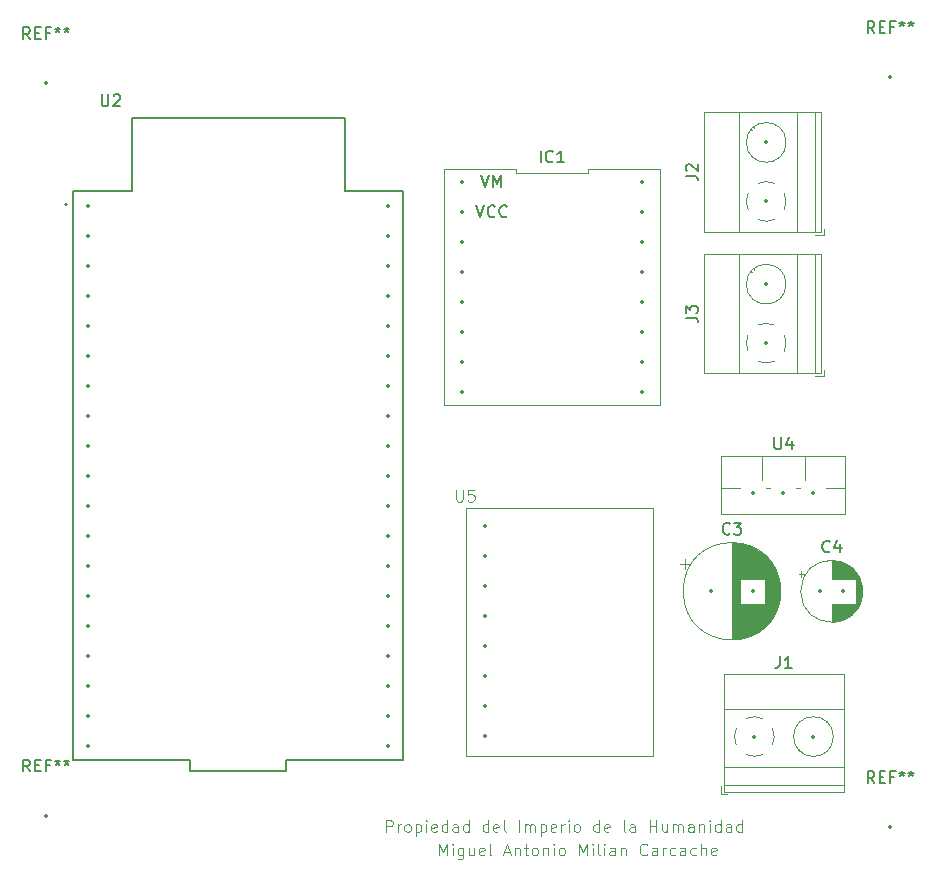
<source format=gto>
%TF.GenerationSoftware,KiCad,Pcbnew,8.0.1*%
%TF.CreationDate,2024-04-26T22:18:18+02:00*%
%TF.ProjectId,Practica1,50726163-7469-4636-9131-2e6b69636164,rev?*%
%TF.SameCoordinates,Original*%
%TF.FileFunction,Legend,Top*%
%TF.FilePolarity,Positive*%
%FSLAX46Y46*%
G04 Gerber Fmt 4.6, Leading zero omitted, Abs format (unit mm)*
G04 Created by KiCad (PCBNEW 8.0.1) date 2024-04-26 22:18:18*
%MOMM*%
%LPD*%
G01*
G04 APERTURE LIST*
%ADD10C,0.100000*%
%ADD11C,0.150000*%
%ADD12C,0.120000*%
%ADD13C,0.127000*%
%ADD14C,0.200000*%
%ADD15C,0.350000*%
G04 APERTURE END LIST*
D10*
X90303884Y-116872419D02*
X90303884Y-115872419D01*
X90303884Y-115872419D02*
X90684836Y-115872419D01*
X90684836Y-115872419D02*
X90780074Y-115920038D01*
X90780074Y-115920038D02*
X90827693Y-115967657D01*
X90827693Y-115967657D02*
X90875312Y-116062895D01*
X90875312Y-116062895D02*
X90875312Y-116205752D01*
X90875312Y-116205752D02*
X90827693Y-116300990D01*
X90827693Y-116300990D02*
X90780074Y-116348609D01*
X90780074Y-116348609D02*
X90684836Y-116396228D01*
X90684836Y-116396228D02*
X90303884Y-116396228D01*
X91303884Y-116872419D02*
X91303884Y-116205752D01*
X91303884Y-116396228D02*
X91351503Y-116300990D01*
X91351503Y-116300990D02*
X91399122Y-116253371D01*
X91399122Y-116253371D02*
X91494360Y-116205752D01*
X91494360Y-116205752D02*
X91589598Y-116205752D01*
X92065789Y-116872419D02*
X91970551Y-116824800D01*
X91970551Y-116824800D02*
X91922932Y-116777180D01*
X91922932Y-116777180D02*
X91875313Y-116681942D01*
X91875313Y-116681942D02*
X91875313Y-116396228D01*
X91875313Y-116396228D02*
X91922932Y-116300990D01*
X91922932Y-116300990D02*
X91970551Y-116253371D01*
X91970551Y-116253371D02*
X92065789Y-116205752D01*
X92065789Y-116205752D02*
X92208646Y-116205752D01*
X92208646Y-116205752D02*
X92303884Y-116253371D01*
X92303884Y-116253371D02*
X92351503Y-116300990D01*
X92351503Y-116300990D02*
X92399122Y-116396228D01*
X92399122Y-116396228D02*
X92399122Y-116681942D01*
X92399122Y-116681942D02*
X92351503Y-116777180D01*
X92351503Y-116777180D02*
X92303884Y-116824800D01*
X92303884Y-116824800D02*
X92208646Y-116872419D01*
X92208646Y-116872419D02*
X92065789Y-116872419D01*
X92827694Y-116205752D02*
X92827694Y-117205752D01*
X92827694Y-116253371D02*
X92922932Y-116205752D01*
X92922932Y-116205752D02*
X93113408Y-116205752D01*
X93113408Y-116205752D02*
X93208646Y-116253371D01*
X93208646Y-116253371D02*
X93256265Y-116300990D01*
X93256265Y-116300990D02*
X93303884Y-116396228D01*
X93303884Y-116396228D02*
X93303884Y-116681942D01*
X93303884Y-116681942D02*
X93256265Y-116777180D01*
X93256265Y-116777180D02*
X93208646Y-116824800D01*
X93208646Y-116824800D02*
X93113408Y-116872419D01*
X93113408Y-116872419D02*
X92922932Y-116872419D01*
X92922932Y-116872419D02*
X92827694Y-116824800D01*
X93732456Y-116872419D02*
X93732456Y-116205752D01*
X93732456Y-115872419D02*
X93684837Y-115920038D01*
X93684837Y-115920038D02*
X93732456Y-115967657D01*
X93732456Y-115967657D02*
X93780075Y-115920038D01*
X93780075Y-115920038D02*
X93732456Y-115872419D01*
X93732456Y-115872419D02*
X93732456Y-115967657D01*
X94589598Y-116824800D02*
X94494360Y-116872419D01*
X94494360Y-116872419D02*
X94303884Y-116872419D01*
X94303884Y-116872419D02*
X94208646Y-116824800D01*
X94208646Y-116824800D02*
X94161027Y-116729561D01*
X94161027Y-116729561D02*
X94161027Y-116348609D01*
X94161027Y-116348609D02*
X94208646Y-116253371D01*
X94208646Y-116253371D02*
X94303884Y-116205752D01*
X94303884Y-116205752D02*
X94494360Y-116205752D01*
X94494360Y-116205752D02*
X94589598Y-116253371D01*
X94589598Y-116253371D02*
X94637217Y-116348609D01*
X94637217Y-116348609D02*
X94637217Y-116443847D01*
X94637217Y-116443847D02*
X94161027Y-116539085D01*
X95494360Y-116872419D02*
X95494360Y-115872419D01*
X95494360Y-116824800D02*
X95399122Y-116872419D01*
X95399122Y-116872419D02*
X95208646Y-116872419D01*
X95208646Y-116872419D02*
X95113408Y-116824800D01*
X95113408Y-116824800D02*
X95065789Y-116777180D01*
X95065789Y-116777180D02*
X95018170Y-116681942D01*
X95018170Y-116681942D02*
X95018170Y-116396228D01*
X95018170Y-116396228D02*
X95065789Y-116300990D01*
X95065789Y-116300990D02*
X95113408Y-116253371D01*
X95113408Y-116253371D02*
X95208646Y-116205752D01*
X95208646Y-116205752D02*
X95399122Y-116205752D01*
X95399122Y-116205752D02*
X95494360Y-116253371D01*
X96399122Y-116872419D02*
X96399122Y-116348609D01*
X96399122Y-116348609D02*
X96351503Y-116253371D01*
X96351503Y-116253371D02*
X96256265Y-116205752D01*
X96256265Y-116205752D02*
X96065789Y-116205752D01*
X96065789Y-116205752D02*
X95970551Y-116253371D01*
X96399122Y-116824800D02*
X96303884Y-116872419D01*
X96303884Y-116872419D02*
X96065789Y-116872419D01*
X96065789Y-116872419D02*
X95970551Y-116824800D01*
X95970551Y-116824800D02*
X95922932Y-116729561D01*
X95922932Y-116729561D02*
X95922932Y-116634323D01*
X95922932Y-116634323D02*
X95970551Y-116539085D01*
X95970551Y-116539085D02*
X96065789Y-116491466D01*
X96065789Y-116491466D02*
X96303884Y-116491466D01*
X96303884Y-116491466D02*
X96399122Y-116443847D01*
X97303884Y-116872419D02*
X97303884Y-115872419D01*
X97303884Y-116824800D02*
X97208646Y-116872419D01*
X97208646Y-116872419D02*
X97018170Y-116872419D01*
X97018170Y-116872419D02*
X96922932Y-116824800D01*
X96922932Y-116824800D02*
X96875313Y-116777180D01*
X96875313Y-116777180D02*
X96827694Y-116681942D01*
X96827694Y-116681942D02*
X96827694Y-116396228D01*
X96827694Y-116396228D02*
X96875313Y-116300990D01*
X96875313Y-116300990D02*
X96922932Y-116253371D01*
X96922932Y-116253371D02*
X97018170Y-116205752D01*
X97018170Y-116205752D02*
X97208646Y-116205752D01*
X97208646Y-116205752D02*
X97303884Y-116253371D01*
X98970551Y-116872419D02*
X98970551Y-115872419D01*
X98970551Y-116824800D02*
X98875313Y-116872419D01*
X98875313Y-116872419D02*
X98684837Y-116872419D01*
X98684837Y-116872419D02*
X98589599Y-116824800D01*
X98589599Y-116824800D02*
X98541980Y-116777180D01*
X98541980Y-116777180D02*
X98494361Y-116681942D01*
X98494361Y-116681942D02*
X98494361Y-116396228D01*
X98494361Y-116396228D02*
X98541980Y-116300990D01*
X98541980Y-116300990D02*
X98589599Y-116253371D01*
X98589599Y-116253371D02*
X98684837Y-116205752D01*
X98684837Y-116205752D02*
X98875313Y-116205752D01*
X98875313Y-116205752D02*
X98970551Y-116253371D01*
X99827694Y-116824800D02*
X99732456Y-116872419D01*
X99732456Y-116872419D02*
X99541980Y-116872419D01*
X99541980Y-116872419D02*
X99446742Y-116824800D01*
X99446742Y-116824800D02*
X99399123Y-116729561D01*
X99399123Y-116729561D02*
X99399123Y-116348609D01*
X99399123Y-116348609D02*
X99446742Y-116253371D01*
X99446742Y-116253371D02*
X99541980Y-116205752D01*
X99541980Y-116205752D02*
X99732456Y-116205752D01*
X99732456Y-116205752D02*
X99827694Y-116253371D01*
X99827694Y-116253371D02*
X99875313Y-116348609D01*
X99875313Y-116348609D02*
X99875313Y-116443847D01*
X99875313Y-116443847D02*
X99399123Y-116539085D01*
X100446742Y-116872419D02*
X100351504Y-116824800D01*
X100351504Y-116824800D02*
X100303885Y-116729561D01*
X100303885Y-116729561D02*
X100303885Y-115872419D01*
X101589600Y-116872419D02*
X101589600Y-115872419D01*
X102065790Y-116872419D02*
X102065790Y-116205752D01*
X102065790Y-116300990D02*
X102113409Y-116253371D01*
X102113409Y-116253371D02*
X102208647Y-116205752D01*
X102208647Y-116205752D02*
X102351504Y-116205752D01*
X102351504Y-116205752D02*
X102446742Y-116253371D01*
X102446742Y-116253371D02*
X102494361Y-116348609D01*
X102494361Y-116348609D02*
X102494361Y-116872419D01*
X102494361Y-116348609D02*
X102541980Y-116253371D01*
X102541980Y-116253371D02*
X102637218Y-116205752D01*
X102637218Y-116205752D02*
X102780075Y-116205752D01*
X102780075Y-116205752D02*
X102875314Y-116253371D01*
X102875314Y-116253371D02*
X102922933Y-116348609D01*
X102922933Y-116348609D02*
X102922933Y-116872419D01*
X103399123Y-116205752D02*
X103399123Y-117205752D01*
X103399123Y-116253371D02*
X103494361Y-116205752D01*
X103494361Y-116205752D02*
X103684837Y-116205752D01*
X103684837Y-116205752D02*
X103780075Y-116253371D01*
X103780075Y-116253371D02*
X103827694Y-116300990D01*
X103827694Y-116300990D02*
X103875313Y-116396228D01*
X103875313Y-116396228D02*
X103875313Y-116681942D01*
X103875313Y-116681942D02*
X103827694Y-116777180D01*
X103827694Y-116777180D02*
X103780075Y-116824800D01*
X103780075Y-116824800D02*
X103684837Y-116872419D01*
X103684837Y-116872419D02*
X103494361Y-116872419D01*
X103494361Y-116872419D02*
X103399123Y-116824800D01*
X104684837Y-116824800D02*
X104589599Y-116872419D01*
X104589599Y-116872419D02*
X104399123Y-116872419D01*
X104399123Y-116872419D02*
X104303885Y-116824800D01*
X104303885Y-116824800D02*
X104256266Y-116729561D01*
X104256266Y-116729561D02*
X104256266Y-116348609D01*
X104256266Y-116348609D02*
X104303885Y-116253371D01*
X104303885Y-116253371D02*
X104399123Y-116205752D01*
X104399123Y-116205752D02*
X104589599Y-116205752D01*
X104589599Y-116205752D02*
X104684837Y-116253371D01*
X104684837Y-116253371D02*
X104732456Y-116348609D01*
X104732456Y-116348609D02*
X104732456Y-116443847D01*
X104732456Y-116443847D02*
X104256266Y-116539085D01*
X105161028Y-116872419D02*
X105161028Y-116205752D01*
X105161028Y-116396228D02*
X105208647Y-116300990D01*
X105208647Y-116300990D02*
X105256266Y-116253371D01*
X105256266Y-116253371D02*
X105351504Y-116205752D01*
X105351504Y-116205752D02*
X105446742Y-116205752D01*
X105780076Y-116872419D02*
X105780076Y-116205752D01*
X105780076Y-115872419D02*
X105732457Y-115920038D01*
X105732457Y-115920038D02*
X105780076Y-115967657D01*
X105780076Y-115967657D02*
X105827695Y-115920038D01*
X105827695Y-115920038D02*
X105780076Y-115872419D01*
X105780076Y-115872419D02*
X105780076Y-115967657D01*
X106399123Y-116872419D02*
X106303885Y-116824800D01*
X106303885Y-116824800D02*
X106256266Y-116777180D01*
X106256266Y-116777180D02*
X106208647Y-116681942D01*
X106208647Y-116681942D02*
X106208647Y-116396228D01*
X106208647Y-116396228D02*
X106256266Y-116300990D01*
X106256266Y-116300990D02*
X106303885Y-116253371D01*
X106303885Y-116253371D02*
X106399123Y-116205752D01*
X106399123Y-116205752D02*
X106541980Y-116205752D01*
X106541980Y-116205752D02*
X106637218Y-116253371D01*
X106637218Y-116253371D02*
X106684837Y-116300990D01*
X106684837Y-116300990D02*
X106732456Y-116396228D01*
X106732456Y-116396228D02*
X106732456Y-116681942D01*
X106732456Y-116681942D02*
X106684837Y-116777180D01*
X106684837Y-116777180D02*
X106637218Y-116824800D01*
X106637218Y-116824800D02*
X106541980Y-116872419D01*
X106541980Y-116872419D02*
X106399123Y-116872419D01*
X108351504Y-116872419D02*
X108351504Y-115872419D01*
X108351504Y-116824800D02*
X108256266Y-116872419D01*
X108256266Y-116872419D02*
X108065790Y-116872419D01*
X108065790Y-116872419D02*
X107970552Y-116824800D01*
X107970552Y-116824800D02*
X107922933Y-116777180D01*
X107922933Y-116777180D02*
X107875314Y-116681942D01*
X107875314Y-116681942D02*
X107875314Y-116396228D01*
X107875314Y-116396228D02*
X107922933Y-116300990D01*
X107922933Y-116300990D02*
X107970552Y-116253371D01*
X107970552Y-116253371D02*
X108065790Y-116205752D01*
X108065790Y-116205752D02*
X108256266Y-116205752D01*
X108256266Y-116205752D02*
X108351504Y-116253371D01*
X109208647Y-116824800D02*
X109113409Y-116872419D01*
X109113409Y-116872419D02*
X108922933Y-116872419D01*
X108922933Y-116872419D02*
X108827695Y-116824800D01*
X108827695Y-116824800D02*
X108780076Y-116729561D01*
X108780076Y-116729561D02*
X108780076Y-116348609D01*
X108780076Y-116348609D02*
X108827695Y-116253371D01*
X108827695Y-116253371D02*
X108922933Y-116205752D01*
X108922933Y-116205752D02*
X109113409Y-116205752D01*
X109113409Y-116205752D02*
X109208647Y-116253371D01*
X109208647Y-116253371D02*
X109256266Y-116348609D01*
X109256266Y-116348609D02*
X109256266Y-116443847D01*
X109256266Y-116443847D02*
X108780076Y-116539085D01*
X110589600Y-116872419D02*
X110494362Y-116824800D01*
X110494362Y-116824800D02*
X110446743Y-116729561D01*
X110446743Y-116729561D02*
X110446743Y-115872419D01*
X111399124Y-116872419D02*
X111399124Y-116348609D01*
X111399124Y-116348609D02*
X111351505Y-116253371D01*
X111351505Y-116253371D02*
X111256267Y-116205752D01*
X111256267Y-116205752D02*
X111065791Y-116205752D01*
X111065791Y-116205752D02*
X110970553Y-116253371D01*
X111399124Y-116824800D02*
X111303886Y-116872419D01*
X111303886Y-116872419D02*
X111065791Y-116872419D01*
X111065791Y-116872419D02*
X110970553Y-116824800D01*
X110970553Y-116824800D02*
X110922934Y-116729561D01*
X110922934Y-116729561D02*
X110922934Y-116634323D01*
X110922934Y-116634323D02*
X110970553Y-116539085D01*
X110970553Y-116539085D02*
X111065791Y-116491466D01*
X111065791Y-116491466D02*
X111303886Y-116491466D01*
X111303886Y-116491466D02*
X111399124Y-116443847D01*
X112637220Y-116872419D02*
X112637220Y-115872419D01*
X112637220Y-116348609D02*
X113208648Y-116348609D01*
X113208648Y-116872419D02*
X113208648Y-115872419D01*
X114113410Y-116205752D02*
X114113410Y-116872419D01*
X113684839Y-116205752D02*
X113684839Y-116729561D01*
X113684839Y-116729561D02*
X113732458Y-116824800D01*
X113732458Y-116824800D02*
X113827696Y-116872419D01*
X113827696Y-116872419D02*
X113970553Y-116872419D01*
X113970553Y-116872419D02*
X114065791Y-116824800D01*
X114065791Y-116824800D02*
X114113410Y-116777180D01*
X114589601Y-116872419D02*
X114589601Y-116205752D01*
X114589601Y-116300990D02*
X114637220Y-116253371D01*
X114637220Y-116253371D02*
X114732458Y-116205752D01*
X114732458Y-116205752D02*
X114875315Y-116205752D01*
X114875315Y-116205752D02*
X114970553Y-116253371D01*
X114970553Y-116253371D02*
X115018172Y-116348609D01*
X115018172Y-116348609D02*
X115018172Y-116872419D01*
X115018172Y-116348609D02*
X115065791Y-116253371D01*
X115065791Y-116253371D02*
X115161029Y-116205752D01*
X115161029Y-116205752D02*
X115303886Y-116205752D01*
X115303886Y-116205752D02*
X115399125Y-116253371D01*
X115399125Y-116253371D02*
X115446744Y-116348609D01*
X115446744Y-116348609D02*
X115446744Y-116872419D01*
X116351505Y-116872419D02*
X116351505Y-116348609D01*
X116351505Y-116348609D02*
X116303886Y-116253371D01*
X116303886Y-116253371D02*
X116208648Y-116205752D01*
X116208648Y-116205752D02*
X116018172Y-116205752D01*
X116018172Y-116205752D02*
X115922934Y-116253371D01*
X116351505Y-116824800D02*
X116256267Y-116872419D01*
X116256267Y-116872419D02*
X116018172Y-116872419D01*
X116018172Y-116872419D02*
X115922934Y-116824800D01*
X115922934Y-116824800D02*
X115875315Y-116729561D01*
X115875315Y-116729561D02*
X115875315Y-116634323D01*
X115875315Y-116634323D02*
X115922934Y-116539085D01*
X115922934Y-116539085D02*
X116018172Y-116491466D01*
X116018172Y-116491466D02*
X116256267Y-116491466D01*
X116256267Y-116491466D02*
X116351505Y-116443847D01*
X116827696Y-116205752D02*
X116827696Y-116872419D01*
X116827696Y-116300990D02*
X116875315Y-116253371D01*
X116875315Y-116253371D02*
X116970553Y-116205752D01*
X116970553Y-116205752D02*
X117113410Y-116205752D01*
X117113410Y-116205752D02*
X117208648Y-116253371D01*
X117208648Y-116253371D02*
X117256267Y-116348609D01*
X117256267Y-116348609D02*
X117256267Y-116872419D01*
X117732458Y-116872419D02*
X117732458Y-116205752D01*
X117732458Y-115872419D02*
X117684839Y-115920038D01*
X117684839Y-115920038D02*
X117732458Y-115967657D01*
X117732458Y-115967657D02*
X117780077Y-115920038D01*
X117780077Y-115920038D02*
X117732458Y-115872419D01*
X117732458Y-115872419D02*
X117732458Y-115967657D01*
X118637219Y-116872419D02*
X118637219Y-115872419D01*
X118637219Y-116824800D02*
X118541981Y-116872419D01*
X118541981Y-116872419D02*
X118351505Y-116872419D01*
X118351505Y-116872419D02*
X118256267Y-116824800D01*
X118256267Y-116824800D02*
X118208648Y-116777180D01*
X118208648Y-116777180D02*
X118161029Y-116681942D01*
X118161029Y-116681942D02*
X118161029Y-116396228D01*
X118161029Y-116396228D02*
X118208648Y-116300990D01*
X118208648Y-116300990D02*
X118256267Y-116253371D01*
X118256267Y-116253371D02*
X118351505Y-116205752D01*
X118351505Y-116205752D02*
X118541981Y-116205752D01*
X118541981Y-116205752D02*
X118637219Y-116253371D01*
X119541981Y-116872419D02*
X119541981Y-116348609D01*
X119541981Y-116348609D02*
X119494362Y-116253371D01*
X119494362Y-116253371D02*
X119399124Y-116205752D01*
X119399124Y-116205752D02*
X119208648Y-116205752D01*
X119208648Y-116205752D02*
X119113410Y-116253371D01*
X119541981Y-116824800D02*
X119446743Y-116872419D01*
X119446743Y-116872419D02*
X119208648Y-116872419D01*
X119208648Y-116872419D02*
X119113410Y-116824800D01*
X119113410Y-116824800D02*
X119065791Y-116729561D01*
X119065791Y-116729561D02*
X119065791Y-116634323D01*
X119065791Y-116634323D02*
X119113410Y-116539085D01*
X119113410Y-116539085D02*
X119208648Y-116491466D01*
X119208648Y-116491466D02*
X119446743Y-116491466D01*
X119446743Y-116491466D02*
X119541981Y-116443847D01*
X120446743Y-116872419D02*
X120446743Y-115872419D01*
X120446743Y-116824800D02*
X120351505Y-116872419D01*
X120351505Y-116872419D02*
X120161029Y-116872419D01*
X120161029Y-116872419D02*
X120065791Y-116824800D01*
X120065791Y-116824800D02*
X120018172Y-116777180D01*
X120018172Y-116777180D02*
X119970553Y-116681942D01*
X119970553Y-116681942D02*
X119970553Y-116396228D01*
X119970553Y-116396228D02*
X120018172Y-116300990D01*
X120018172Y-116300990D02*
X120065791Y-116253371D01*
X120065791Y-116253371D02*
X120161029Y-116205752D01*
X120161029Y-116205752D02*
X120351505Y-116205752D01*
X120351505Y-116205752D02*
X120446743Y-116253371D01*
X94803884Y-118872419D02*
X94803884Y-117872419D01*
X94803884Y-117872419D02*
X95137217Y-118586704D01*
X95137217Y-118586704D02*
X95470550Y-117872419D01*
X95470550Y-117872419D02*
X95470550Y-118872419D01*
X95946741Y-118872419D02*
X95946741Y-118205752D01*
X95946741Y-117872419D02*
X95899122Y-117920038D01*
X95899122Y-117920038D02*
X95946741Y-117967657D01*
X95946741Y-117967657D02*
X95994360Y-117920038D01*
X95994360Y-117920038D02*
X95946741Y-117872419D01*
X95946741Y-117872419D02*
X95946741Y-117967657D01*
X96851502Y-118205752D02*
X96851502Y-119015276D01*
X96851502Y-119015276D02*
X96803883Y-119110514D01*
X96803883Y-119110514D02*
X96756264Y-119158133D01*
X96756264Y-119158133D02*
X96661026Y-119205752D01*
X96661026Y-119205752D02*
X96518169Y-119205752D01*
X96518169Y-119205752D02*
X96422931Y-119158133D01*
X96851502Y-118824800D02*
X96756264Y-118872419D01*
X96756264Y-118872419D02*
X96565788Y-118872419D01*
X96565788Y-118872419D02*
X96470550Y-118824800D01*
X96470550Y-118824800D02*
X96422931Y-118777180D01*
X96422931Y-118777180D02*
X96375312Y-118681942D01*
X96375312Y-118681942D02*
X96375312Y-118396228D01*
X96375312Y-118396228D02*
X96422931Y-118300990D01*
X96422931Y-118300990D02*
X96470550Y-118253371D01*
X96470550Y-118253371D02*
X96565788Y-118205752D01*
X96565788Y-118205752D02*
X96756264Y-118205752D01*
X96756264Y-118205752D02*
X96851502Y-118253371D01*
X97756264Y-118205752D02*
X97756264Y-118872419D01*
X97327693Y-118205752D02*
X97327693Y-118729561D01*
X97327693Y-118729561D02*
X97375312Y-118824800D01*
X97375312Y-118824800D02*
X97470550Y-118872419D01*
X97470550Y-118872419D02*
X97613407Y-118872419D01*
X97613407Y-118872419D02*
X97708645Y-118824800D01*
X97708645Y-118824800D02*
X97756264Y-118777180D01*
X98613407Y-118824800D02*
X98518169Y-118872419D01*
X98518169Y-118872419D02*
X98327693Y-118872419D01*
X98327693Y-118872419D02*
X98232455Y-118824800D01*
X98232455Y-118824800D02*
X98184836Y-118729561D01*
X98184836Y-118729561D02*
X98184836Y-118348609D01*
X98184836Y-118348609D02*
X98232455Y-118253371D01*
X98232455Y-118253371D02*
X98327693Y-118205752D01*
X98327693Y-118205752D02*
X98518169Y-118205752D01*
X98518169Y-118205752D02*
X98613407Y-118253371D01*
X98613407Y-118253371D02*
X98661026Y-118348609D01*
X98661026Y-118348609D02*
X98661026Y-118443847D01*
X98661026Y-118443847D02*
X98184836Y-118539085D01*
X99232455Y-118872419D02*
X99137217Y-118824800D01*
X99137217Y-118824800D02*
X99089598Y-118729561D01*
X99089598Y-118729561D02*
X99089598Y-117872419D01*
X100327694Y-118586704D02*
X100803884Y-118586704D01*
X100232456Y-118872419D02*
X100565789Y-117872419D01*
X100565789Y-117872419D02*
X100899122Y-118872419D01*
X101232456Y-118205752D02*
X101232456Y-118872419D01*
X101232456Y-118300990D02*
X101280075Y-118253371D01*
X101280075Y-118253371D02*
X101375313Y-118205752D01*
X101375313Y-118205752D02*
X101518170Y-118205752D01*
X101518170Y-118205752D02*
X101613408Y-118253371D01*
X101613408Y-118253371D02*
X101661027Y-118348609D01*
X101661027Y-118348609D02*
X101661027Y-118872419D01*
X101994361Y-118205752D02*
X102375313Y-118205752D01*
X102137218Y-117872419D02*
X102137218Y-118729561D01*
X102137218Y-118729561D02*
X102184837Y-118824800D01*
X102184837Y-118824800D02*
X102280075Y-118872419D01*
X102280075Y-118872419D02*
X102375313Y-118872419D01*
X102851504Y-118872419D02*
X102756266Y-118824800D01*
X102756266Y-118824800D02*
X102708647Y-118777180D01*
X102708647Y-118777180D02*
X102661028Y-118681942D01*
X102661028Y-118681942D02*
X102661028Y-118396228D01*
X102661028Y-118396228D02*
X102708647Y-118300990D01*
X102708647Y-118300990D02*
X102756266Y-118253371D01*
X102756266Y-118253371D02*
X102851504Y-118205752D01*
X102851504Y-118205752D02*
X102994361Y-118205752D01*
X102994361Y-118205752D02*
X103089599Y-118253371D01*
X103089599Y-118253371D02*
X103137218Y-118300990D01*
X103137218Y-118300990D02*
X103184837Y-118396228D01*
X103184837Y-118396228D02*
X103184837Y-118681942D01*
X103184837Y-118681942D02*
X103137218Y-118777180D01*
X103137218Y-118777180D02*
X103089599Y-118824800D01*
X103089599Y-118824800D02*
X102994361Y-118872419D01*
X102994361Y-118872419D02*
X102851504Y-118872419D01*
X103613409Y-118205752D02*
X103613409Y-118872419D01*
X103613409Y-118300990D02*
X103661028Y-118253371D01*
X103661028Y-118253371D02*
X103756266Y-118205752D01*
X103756266Y-118205752D02*
X103899123Y-118205752D01*
X103899123Y-118205752D02*
X103994361Y-118253371D01*
X103994361Y-118253371D02*
X104041980Y-118348609D01*
X104041980Y-118348609D02*
X104041980Y-118872419D01*
X104518171Y-118872419D02*
X104518171Y-118205752D01*
X104518171Y-117872419D02*
X104470552Y-117920038D01*
X104470552Y-117920038D02*
X104518171Y-117967657D01*
X104518171Y-117967657D02*
X104565790Y-117920038D01*
X104565790Y-117920038D02*
X104518171Y-117872419D01*
X104518171Y-117872419D02*
X104518171Y-117967657D01*
X105137218Y-118872419D02*
X105041980Y-118824800D01*
X105041980Y-118824800D02*
X104994361Y-118777180D01*
X104994361Y-118777180D02*
X104946742Y-118681942D01*
X104946742Y-118681942D02*
X104946742Y-118396228D01*
X104946742Y-118396228D02*
X104994361Y-118300990D01*
X104994361Y-118300990D02*
X105041980Y-118253371D01*
X105041980Y-118253371D02*
X105137218Y-118205752D01*
X105137218Y-118205752D02*
X105280075Y-118205752D01*
X105280075Y-118205752D02*
X105375313Y-118253371D01*
X105375313Y-118253371D02*
X105422932Y-118300990D01*
X105422932Y-118300990D02*
X105470551Y-118396228D01*
X105470551Y-118396228D02*
X105470551Y-118681942D01*
X105470551Y-118681942D02*
X105422932Y-118777180D01*
X105422932Y-118777180D02*
X105375313Y-118824800D01*
X105375313Y-118824800D02*
X105280075Y-118872419D01*
X105280075Y-118872419D02*
X105137218Y-118872419D01*
X106661028Y-118872419D02*
X106661028Y-117872419D01*
X106661028Y-117872419D02*
X106994361Y-118586704D01*
X106994361Y-118586704D02*
X107327694Y-117872419D01*
X107327694Y-117872419D02*
X107327694Y-118872419D01*
X107803885Y-118872419D02*
X107803885Y-118205752D01*
X107803885Y-117872419D02*
X107756266Y-117920038D01*
X107756266Y-117920038D02*
X107803885Y-117967657D01*
X107803885Y-117967657D02*
X107851504Y-117920038D01*
X107851504Y-117920038D02*
X107803885Y-117872419D01*
X107803885Y-117872419D02*
X107803885Y-117967657D01*
X108422932Y-118872419D02*
X108327694Y-118824800D01*
X108327694Y-118824800D02*
X108280075Y-118729561D01*
X108280075Y-118729561D02*
X108280075Y-117872419D01*
X108803885Y-118872419D02*
X108803885Y-118205752D01*
X108803885Y-117872419D02*
X108756266Y-117920038D01*
X108756266Y-117920038D02*
X108803885Y-117967657D01*
X108803885Y-117967657D02*
X108851504Y-117920038D01*
X108851504Y-117920038D02*
X108803885Y-117872419D01*
X108803885Y-117872419D02*
X108803885Y-117967657D01*
X109708646Y-118872419D02*
X109708646Y-118348609D01*
X109708646Y-118348609D02*
X109661027Y-118253371D01*
X109661027Y-118253371D02*
X109565789Y-118205752D01*
X109565789Y-118205752D02*
X109375313Y-118205752D01*
X109375313Y-118205752D02*
X109280075Y-118253371D01*
X109708646Y-118824800D02*
X109613408Y-118872419D01*
X109613408Y-118872419D02*
X109375313Y-118872419D01*
X109375313Y-118872419D02*
X109280075Y-118824800D01*
X109280075Y-118824800D02*
X109232456Y-118729561D01*
X109232456Y-118729561D02*
X109232456Y-118634323D01*
X109232456Y-118634323D02*
X109280075Y-118539085D01*
X109280075Y-118539085D02*
X109375313Y-118491466D01*
X109375313Y-118491466D02*
X109613408Y-118491466D01*
X109613408Y-118491466D02*
X109708646Y-118443847D01*
X110184837Y-118205752D02*
X110184837Y-118872419D01*
X110184837Y-118300990D02*
X110232456Y-118253371D01*
X110232456Y-118253371D02*
X110327694Y-118205752D01*
X110327694Y-118205752D02*
X110470551Y-118205752D01*
X110470551Y-118205752D02*
X110565789Y-118253371D01*
X110565789Y-118253371D02*
X110613408Y-118348609D01*
X110613408Y-118348609D02*
X110613408Y-118872419D01*
X112422932Y-118777180D02*
X112375313Y-118824800D01*
X112375313Y-118824800D02*
X112232456Y-118872419D01*
X112232456Y-118872419D02*
X112137218Y-118872419D01*
X112137218Y-118872419D02*
X111994361Y-118824800D01*
X111994361Y-118824800D02*
X111899123Y-118729561D01*
X111899123Y-118729561D02*
X111851504Y-118634323D01*
X111851504Y-118634323D02*
X111803885Y-118443847D01*
X111803885Y-118443847D02*
X111803885Y-118300990D01*
X111803885Y-118300990D02*
X111851504Y-118110514D01*
X111851504Y-118110514D02*
X111899123Y-118015276D01*
X111899123Y-118015276D02*
X111994361Y-117920038D01*
X111994361Y-117920038D02*
X112137218Y-117872419D01*
X112137218Y-117872419D02*
X112232456Y-117872419D01*
X112232456Y-117872419D02*
X112375313Y-117920038D01*
X112375313Y-117920038D02*
X112422932Y-117967657D01*
X113280075Y-118872419D02*
X113280075Y-118348609D01*
X113280075Y-118348609D02*
X113232456Y-118253371D01*
X113232456Y-118253371D02*
X113137218Y-118205752D01*
X113137218Y-118205752D02*
X112946742Y-118205752D01*
X112946742Y-118205752D02*
X112851504Y-118253371D01*
X113280075Y-118824800D02*
X113184837Y-118872419D01*
X113184837Y-118872419D02*
X112946742Y-118872419D01*
X112946742Y-118872419D02*
X112851504Y-118824800D01*
X112851504Y-118824800D02*
X112803885Y-118729561D01*
X112803885Y-118729561D02*
X112803885Y-118634323D01*
X112803885Y-118634323D02*
X112851504Y-118539085D01*
X112851504Y-118539085D02*
X112946742Y-118491466D01*
X112946742Y-118491466D02*
X113184837Y-118491466D01*
X113184837Y-118491466D02*
X113280075Y-118443847D01*
X113756266Y-118872419D02*
X113756266Y-118205752D01*
X113756266Y-118396228D02*
X113803885Y-118300990D01*
X113803885Y-118300990D02*
X113851504Y-118253371D01*
X113851504Y-118253371D02*
X113946742Y-118205752D01*
X113946742Y-118205752D02*
X114041980Y-118205752D01*
X114803885Y-118824800D02*
X114708647Y-118872419D01*
X114708647Y-118872419D02*
X114518171Y-118872419D01*
X114518171Y-118872419D02*
X114422933Y-118824800D01*
X114422933Y-118824800D02*
X114375314Y-118777180D01*
X114375314Y-118777180D02*
X114327695Y-118681942D01*
X114327695Y-118681942D02*
X114327695Y-118396228D01*
X114327695Y-118396228D02*
X114375314Y-118300990D01*
X114375314Y-118300990D02*
X114422933Y-118253371D01*
X114422933Y-118253371D02*
X114518171Y-118205752D01*
X114518171Y-118205752D02*
X114708647Y-118205752D01*
X114708647Y-118205752D02*
X114803885Y-118253371D01*
X115661028Y-118872419D02*
X115661028Y-118348609D01*
X115661028Y-118348609D02*
X115613409Y-118253371D01*
X115613409Y-118253371D02*
X115518171Y-118205752D01*
X115518171Y-118205752D02*
X115327695Y-118205752D01*
X115327695Y-118205752D02*
X115232457Y-118253371D01*
X115661028Y-118824800D02*
X115565790Y-118872419D01*
X115565790Y-118872419D02*
X115327695Y-118872419D01*
X115327695Y-118872419D02*
X115232457Y-118824800D01*
X115232457Y-118824800D02*
X115184838Y-118729561D01*
X115184838Y-118729561D02*
X115184838Y-118634323D01*
X115184838Y-118634323D02*
X115232457Y-118539085D01*
X115232457Y-118539085D02*
X115327695Y-118491466D01*
X115327695Y-118491466D02*
X115565790Y-118491466D01*
X115565790Y-118491466D02*
X115661028Y-118443847D01*
X116565790Y-118824800D02*
X116470552Y-118872419D01*
X116470552Y-118872419D02*
X116280076Y-118872419D01*
X116280076Y-118872419D02*
X116184838Y-118824800D01*
X116184838Y-118824800D02*
X116137219Y-118777180D01*
X116137219Y-118777180D02*
X116089600Y-118681942D01*
X116089600Y-118681942D02*
X116089600Y-118396228D01*
X116089600Y-118396228D02*
X116137219Y-118300990D01*
X116137219Y-118300990D02*
X116184838Y-118253371D01*
X116184838Y-118253371D02*
X116280076Y-118205752D01*
X116280076Y-118205752D02*
X116470552Y-118205752D01*
X116470552Y-118205752D02*
X116565790Y-118253371D01*
X116994362Y-118872419D02*
X116994362Y-117872419D01*
X117422933Y-118872419D02*
X117422933Y-118348609D01*
X117422933Y-118348609D02*
X117375314Y-118253371D01*
X117375314Y-118253371D02*
X117280076Y-118205752D01*
X117280076Y-118205752D02*
X117137219Y-118205752D01*
X117137219Y-118205752D02*
X117041981Y-118253371D01*
X117041981Y-118253371D02*
X116994362Y-118300990D01*
X118280076Y-118824800D02*
X118184838Y-118872419D01*
X118184838Y-118872419D02*
X117994362Y-118872419D01*
X117994362Y-118872419D02*
X117899124Y-118824800D01*
X117899124Y-118824800D02*
X117851505Y-118729561D01*
X117851505Y-118729561D02*
X117851505Y-118348609D01*
X117851505Y-118348609D02*
X117899124Y-118253371D01*
X117899124Y-118253371D02*
X117994362Y-118205752D01*
X117994362Y-118205752D02*
X118184838Y-118205752D01*
X118184838Y-118205752D02*
X118280076Y-118253371D01*
X118280076Y-118253371D02*
X118327695Y-118348609D01*
X118327695Y-118348609D02*
X118327695Y-118443847D01*
X118327695Y-118443847D02*
X117851505Y-118539085D01*
D11*
X127878233Y-93109580D02*
X127830614Y-93157200D01*
X127830614Y-93157200D02*
X127687757Y-93204819D01*
X127687757Y-93204819D02*
X127592519Y-93204819D01*
X127592519Y-93204819D02*
X127449662Y-93157200D01*
X127449662Y-93157200D02*
X127354424Y-93061961D01*
X127354424Y-93061961D02*
X127306805Y-92966723D01*
X127306805Y-92966723D02*
X127259186Y-92776247D01*
X127259186Y-92776247D02*
X127259186Y-92633390D01*
X127259186Y-92633390D02*
X127306805Y-92442914D01*
X127306805Y-92442914D02*
X127354424Y-92347676D01*
X127354424Y-92347676D02*
X127449662Y-92252438D01*
X127449662Y-92252438D02*
X127592519Y-92204819D01*
X127592519Y-92204819D02*
X127687757Y-92204819D01*
X127687757Y-92204819D02*
X127830614Y-92252438D01*
X127830614Y-92252438D02*
X127878233Y-92300057D01*
X128735376Y-92538152D02*
X128735376Y-93204819D01*
X128497281Y-92157200D02*
X128259186Y-92871485D01*
X128259186Y-92871485D02*
X128878233Y-92871485D01*
X115694819Y-73333333D02*
X116409104Y-73333333D01*
X116409104Y-73333333D02*
X116551961Y-73380952D01*
X116551961Y-73380952D02*
X116647200Y-73476190D01*
X116647200Y-73476190D02*
X116694819Y-73619047D01*
X116694819Y-73619047D02*
X116694819Y-73714285D01*
X115694819Y-72952380D02*
X115694819Y-72333333D01*
X115694819Y-72333333D02*
X116075771Y-72666666D01*
X116075771Y-72666666D02*
X116075771Y-72523809D01*
X116075771Y-72523809D02*
X116123390Y-72428571D01*
X116123390Y-72428571D02*
X116171009Y-72380952D01*
X116171009Y-72380952D02*
X116266247Y-72333333D01*
X116266247Y-72333333D02*
X116504342Y-72333333D01*
X116504342Y-72333333D02*
X116599580Y-72380952D01*
X116599580Y-72380952D02*
X116647200Y-72428571D01*
X116647200Y-72428571D02*
X116694819Y-72523809D01*
X116694819Y-72523809D02*
X116694819Y-72809523D01*
X116694819Y-72809523D02*
X116647200Y-72904761D01*
X116647200Y-72904761D02*
X116599580Y-72952380D01*
X103403810Y-60194819D02*
X103403810Y-59194819D01*
X104451428Y-60099580D02*
X104403809Y-60147200D01*
X104403809Y-60147200D02*
X104260952Y-60194819D01*
X104260952Y-60194819D02*
X104165714Y-60194819D01*
X104165714Y-60194819D02*
X104022857Y-60147200D01*
X104022857Y-60147200D02*
X103927619Y-60051961D01*
X103927619Y-60051961D02*
X103880000Y-59956723D01*
X103880000Y-59956723D02*
X103832381Y-59766247D01*
X103832381Y-59766247D02*
X103832381Y-59623390D01*
X103832381Y-59623390D02*
X103880000Y-59432914D01*
X103880000Y-59432914D02*
X103927619Y-59337676D01*
X103927619Y-59337676D02*
X104022857Y-59242438D01*
X104022857Y-59242438D02*
X104165714Y-59194819D01*
X104165714Y-59194819D02*
X104260952Y-59194819D01*
X104260952Y-59194819D02*
X104403809Y-59242438D01*
X104403809Y-59242438D02*
X104451428Y-59290057D01*
X105403809Y-60194819D02*
X104832381Y-60194819D01*
X105118095Y-60194819D02*
X105118095Y-59194819D01*
X105118095Y-59194819D02*
X105022857Y-59337676D01*
X105022857Y-59337676D02*
X104927619Y-59432914D01*
X104927619Y-59432914D02*
X104832381Y-59480533D01*
X98395238Y-61294819D02*
X98728571Y-62294819D01*
X98728571Y-62294819D02*
X99061904Y-61294819D01*
X99395238Y-62294819D02*
X99395238Y-61294819D01*
X99395238Y-61294819D02*
X99728571Y-62009104D01*
X99728571Y-62009104D02*
X100061904Y-61294819D01*
X100061904Y-61294819D02*
X100061904Y-62294819D01*
X97966667Y-63834819D02*
X98300000Y-64834819D01*
X98300000Y-64834819D02*
X98633333Y-63834819D01*
X99538095Y-64739580D02*
X99490476Y-64787200D01*
X99490476Y-64787200D02*
X99347619Y-64834819D01*
X99347619Y-64834819D02*
X99252381Y-64834819D01*
X99252381Y-64834819D02*
X99109524Y-64787200D01*
X99109524Y-64787200D02*
X99014286Y-64691961D01*
X99014286Y-64691961D02*
X98966667Y-64596723D01*
X98966667Y-64596723D02*
X98919048Y-64406247D01*
X98919048Y-64406247D02*
X98919048Y-64263390D01*
X98919048Y-64263390D02*
X98966667Y-64072914D01*
X98966667Y-64072914D02*
X99014286Y-63977676D01*
X99014286Y-63977676D02*
X99109524Y-63882438D01*
X99109524Y-63882438D02*
X99252381Y-63834819D01*
X99252381Y-63834819D02*
X99347619Y-63834819D01*
X99347619Y-63834819D02*
X99490476Y-63882438D01*
X99490476Y-63882438D02*
X99538095Y-63930057D01*
X100538095Y-64739580D02*
X100490476Y-64787200D01*
X100490476Y-64787200D02*
X100347619Y-64834819D01*
X100347619Y-64834819D02*
X100252381Y-64834819D01*
X100252381Y-64834819D02*
X100109524Y-64787200D01*
X100109524Y-64787200D02*
X100014286Y-64691961D01*
X100014286Y-64691961D02*
X99966667Y-64596723D01*
X99966667Y-64596723D02*
X99919048Y-64406247D01*
X99919048Y-64406247D02*
X99919048Y-64263390D01*
X99919048Y-64263390D02*
X99966667Y-64072914D01*
X99966667Y-64072914D02*
X100014286Y-63977676D01*
X100014286Y-63977676D02*
X100109524Y-63882438D01*
X100109524Y-63882438D02*
X100252381Y-63834819D01*
X100252381Y-63834819D02*
X100347619Y-63834819D01*
X100347619Y-63834819D02*
X100490476Y-63882438D01*
X100490476Y-63882438D02*
X100538095Y-63930057D01*
X123666666Y-101999819D02*
X123666666Y-102714104D01*
X123666666Y-102714104D02*
X123619047Y-102856961D01*
X123619047Y-102856961D02*
X123523809Y-102952200D01*
X123523809Y-102952200D02*
X123380952Y-102999819D01*
X123380952Y-102999819D02*
X123285714Y-102999819D01*
X124666666Y-102999819D02*
X124095238Y-102999819D01*
X124380952Y-102999819D02*
X124380952Y-101999819D01*
X124380952Y-101999819D02*
X124285714Y-102142676D01*
X124285714Y-102142676D02*
X124190476Y-102237914D01*
X124190476Y-102237914D02*
X124095238Y-102285533D01*
X66243095Y-54434819D02*
X66243095Y-55244342D01*
X66243095Y-55244342D02*
X66290714Y-55339580D01*
X66290714Y-55339580D02*
X66338333Y-55387200D01*
X66338333Y-55387200D02*
X66433571Y-55434819D01*
X66433571Y-55434819D02*
X66624047Y-55434819D01*
X66624047Y-55434819D02*
X66719285Y-55387200D01*
X66719285Y-55387200D02*
X66766904Y-55339580D01*
X66766904Y-55339580D02*
X66814523Y-55244342D01*
X66814523Y-55244342D02*
X66814523Y-54434819D01*
X67243095Y-54530057D02*
X67290714Y-54482438D01*
X67290714Y-54482438D02*
X67385952Y-54434819D01*
X67385952Y-54434819D02*
X67624047Y-54434819D01*
X67624047Y-54434819D02*
X67719285Y-54482438D01*
X67719285Y-54482438D02*
X67766904Y-54530057D01*
X67766904Y-54530057D02*
X67814523Y-54625295D01*
X67814523Y-54625295D02*
X67814523Y-54720533D01*
X67814523Y-54720533D02*
X67766904Y-54863390D01*
X67766904Y-54863390D02*
X67195476Y-55434819D01*
X67195476Y-55434819D02*
X67814523Y-55434819D01*
X131666666Y-49254819D02*
X131333333Y-48778628D01*
X131095238Y-49254819D02*
X131095238Y-48254819D01*
X131095238Y-48254819D02*
X131476190Y-48254819D01*
X131476190Y-48254819D02*
X131571428Y-48302438D01*
X131571428Y-48302438D02*
X131619047Y-48350057D01*
X131619047Y-48350057D02*
X131666666Y-48445295D01*
X131666666Y-48445295D02*
X131666666Y-48588152D01*
X131666666Y-48588152D02*
X131619047Y-48683390D01*
X131619047Y-48683390D02*
X131571428Y-48731009D01*
X131571428Y-48731009D02*
X131476190Y-48778628D01*
X131476190Y-48778628D02*
X131095238Y-48778628D01*
X132095238Y-48731009D02*
X132428571Y-48731009D01*
X132571428Y-49254819D02*
X132095238Y-49254819D01*
X132095238Y-49254819D02*
X132095238Y-48254819D01*
X132095238Y-48254819D02*
X132571428Y-48254819D01*
X133333333Y-48731009D02*
X133000000Y-48731009D01*
X133000000Y-49254819D02*
X133000000Y-48254819D01*
X133000000Y-48254819D02*
X133476190Y-48254819D01*
X134000000Y-48254819D02*
X134000000Y-48492914D01*
X133761905Y-48397676D02*
X134000000Y-48492914D01*
X134000000Y-48492914D02*
X134238095Y-48397676D01*
X133857143Y-48683390D02*
X134000000Y-48492914D01*
X134000000Y-48492914D02*
X134142857Y-48683390D01*
X134761905Y-48254819D02*
X134761905Y-48492914D01*
X134523810Y-48397676D02*
X134761905Y-48492914D01*
X134761905Y-48492914D02*
X135000000Y-48397676D01*
X134619048Y-48683390D02*
X134761905Y-48492914D01*
X134761905Y-48492914D02*
X134904762Y-48683390D01*
D10*
X96238095Y-87910919D02*
X96238095Y-88720442D01*
X96238095Y-88720442D02*
X96285714Y-88815680D01*
X96285714Y-88815680D02*
X96333333Y-88863300D01*
X96333333Y-88863300D02*
X96428571Y-88910919D01*
X96428571Y-88910919D02*
X96619047Y-88910919D01*
X96619047Y-88910919D02*
X96714285Y-88863300D01*
X96714285Y-88863300D02*
X96761904Y-88815680D01*
X96761904Y-88815680D02*
X96809523Y-88720442D01*
X96809523Y-88720442D02*
X96809523Y-87910919D01*
X97761904Y-87910919D02*
X97285714Y-87910919D01*
X97285714Y-87910919D02*
X97238095Y-88387109D01*
X97238095Y-88387109D02*
X97285714Y-88339490D01*
X97285714Y-88339490D02*
X97380952Y-88291871D01*
X97380952Y-88291871D02*
X97619047Y-88291871D01*
X97619047Y-88291871D02*
X97714285Y-88339490D01*
X97714285Y-88339490D02*
X97761904Y-88387109D01*
X97761904Y-88387109D02*
X97809523Y-88482347D01*
X97809523Y-88482347D02*
X97809523Y-88720442D01*
X97809523Y-88720442D02*
X97761904Y-88815680D01*
X97761904Y-88815680D02*
X97714285Y-88863300D01*
X97714285Y-88863300D02*
X97619047Y-88910919D01*
X97619047Y-88910919D02*
X97380952Y-88910919D01*
X97380952Y-88910919D02*
X97285714Y-88863300D01*
X97285714Y-88863300D02*
X97238095Y-88815680D01*
D11*
X123198095Y-83482319D02*
X123198095Y-84291842D01*
X123198095Y-84291842D02*
X123245714Y-84387080D01*
X123245714Y-84387080D02*
X123293333Y-84434700D01*
X123293333Y-84434700D02*
X123388571Y-84482319D01*
X123388571Y-84482319D02*
X123579047Y-84482319D01*
X123579047Y-84482319D02*
X123674285Y-84434700D01*
X123674285Y-84434700D02*
X123721904Y-84387080D01*
X123721904Y-84387080D02*
X123769523Y-84291842D01*
X123769523Y-84291842D02*
X123769523Y-83482319D01*
X124674285Y-83815652D02*
X124674285Y-84482319D01*
X124436190Y-83434700D02*
X124198095Y-84148985D01*
X124198095Y-84148985D02*
X124817142Y-84148985D01*
X60166666Y-111754819D02*
X59833333Y-111278628D01*
X59595238Y-111754819D02*
X59595238Y-110754819D01*
X59595238Y-110754819D02*
X59976190Y-110754819D01*
X59976190Y-110754819D02*
X60071428Y-110802438D01*
X60071428Y-110802438D02*
X60119047Y-110850057D01*
X60119047Y-110850057D02*
X60166666Y-110945295D01*
X60166666Y-110945295D02*
X60166666Y-111088152D01*
X60166666Y-111088152D02*
X60119047Y-111183390D01*
X60119047Y-111183390D02*
X60071428Y-111231009D01*
X60071428Y-111231009D02*
X59976190Y-111278628D01*
X59976190Y-111278628D02*
X59595238Y-111278628D01*
X60595238Y-111231009D02*
X60928571Y-111231009D01*
X61071428Y-111754819D02*
X60595238Y-111754819D01*
X60595238Y-111754819D02*
X60595238Y-110754819D01*
X60595238Y-110754819D02*
X61071428Y-110754819D01*
X61833333Y-111231009D02*
X61500000Y-111231009D01*
X61500000Y-111754819D02*
X61500000Y-110754819D01*
X61500000Y-110754819D02*
X61976190Y-110754819D01*
X62500000Y-110754819D02*
X62500000Y-110992914D01*
X62261905Y-110897676D02*
X62500000Y-110992914D01*
X62500000Y-110992914D02*
X62738095Y-110897676D01*
X62357143Y-111183390D02*
X62500000Y-110992914D01*
X62500000Y-110992914D02*
X62642857Y-111183390D01*
X63261905Y-110754819D02*
X63261905Y-110992914D01*
X63023810Y-110897676D02*
X63261905Y-110992914D01*
X63261905Y-110992914D02*
X63500000Y-110897676D01*
X63119048Y-111183390D02*
X63261905Y-110992914D01*
X63261905Y-110992914D02*
X63404762Y-111183390D01*
X131666666Y-112754819D02*
X131333333Y-112278628D01*
X131095238Y-112754819D02*
X131095238Y-111754819D01*
X131095238Y-111754819D02*
X131476190Y-111754819D01*
X131476190Y-111754819D02*
X131571428Y-111802438D01*
X131571428Y-111802438D02*
X131619047Y-111850057D01*
X131619047Y-111850057D02*
X131666666Y-111945295D01*
X131666666Y-111945295D02*
X131666666Y-112088152D01*
X131666666Y-112088152D02*
X131619047Y-112183390D01*
X131619047Y-112183390D02*
X131571428Y-112231009D01*
X131571428Y-112231009D02*
X131476190Y-112278628D01*
X131476190Y-112278628D02*
X131095238Y-112278628D01*
X132095238Y-112231009D02*
X132428571Y-112231009D01*
X132571428Y-112754819D02*
X132095238Y-112754819D01*
X132095238Y-112754819D02*
X132095238Y-111754819D01*
X132095238Y-111754819D02*
X132571428Y-111754819D01*
X133333333Y-112231009D02*
X133000000Y-112231009D01*
X133000000Y-112754819D02*
X133000000Y-111754819D01*
X133000000Y-111754819D02*
X133476190Y-111754819D01*
X134000000Y-111754819D02*
X134000000Y-111992914D01*
X133761905Y-111897676D02*
X134000000Y-111992914D01*
X134000000Y-111992914D02*
X134238095Y-111897676D01*
X133857143Y-112183390D02*
X134000000Y-111992914D01*
X134000000Y-111992914D02*
X134142857Y-112183390D01*
X134761905Y-111754819D02*
X134761905Y-111992914D01*
X134523810Y-111897676D02*
X134761905Y-111992914D01*
X134761905Y-111992914D02*
X135000000Y-111897676D01*
X134619048Y-112183390D02*
X134761905Y-111992914D01*
X134761905Y-111992914D02*
X134904762Y-112183390D01*
X119430633Y-91609580D02*
X119383014Y-91657200D01*
X119383014Y-91657200D02*
X119240157Y-91704819D01*
X119240157Y-91704819D02*
X119144919Y-91704819D01*
X119144919Y-91704819D02*
X119002062Y-91657200D01*
X119002062Y-91657200D02*
X118906824Y-91561961D01*
X118906824Y-91561961D02*
X118859205Y-91466723D01*
X118859205Y-91466723D02*
X118811586Y-91276247D01*
X118811586Y-91276247D02*
X118811586Y-91133390D01*
X118811586Y-91133390D02*
X118859205Y-90942914D01*
X118859205Y-90942914D02*
X118906824Y-90847676D01*
X118906824Y-90847676D02*
X119002062Y-90752438D01*
X119002062Y-90752438D02*
X119144919Y-90704819D01*
X119144919Y-90704819D02*
X119240157Y-90704819D01*
X119240157Y-90704819D02*
X119383014Y-90752438D01*
X119383014Y-90752438D02*
X119430633Y-90800057D01*
X119763967Y-90704819D02*
X120383014Y-90704819D01*
X120383014Y-90704819D02*
X120049681Y-91085771D01*
X120049681Y-91085771D02*
X120192538Y-91085771D01*
X120192538Y-91085771D02*
X120287776Y-91133390D01*
X120287776Y-91133390D02*
X120335395Y-91181009D01*
X120335395Y-91181009D02*
X120383014Y-91276247D01*
X120383014Y-91276247D02*
X120383014Y-91514342D01*
X120383014Y-91514342D02*
X120335395Y-91609580D01*
X120335395Y-91609580D02*
X120287776Y-91657200D01*
X120287776Y-91657200D02*
X120192538Y-91704819D01*
X120192538Y-91704819D02*
X119906824Y-91704819D01*
X119906824Y-91704819D02*
X119811586Y-91657200D01*
X119811586Y-91657200D02*
X119763967Y-91609580D01*
X60166666Y-49754819D02*
X59833333Y-49278628D01*
X59595238Y-49754819D02*
X59595238Y-48754819D01*
X59595238Y-48754819D02*
X59976190Y-48754819D01*
X59976190Y-48754819D02*
X60071428Y-48802438D01*
X60071428Y-48802438D02*
X60119047Y-48850057D01*
X60119047Y-48850057D02*
X60166666Y-48945295D01*
X60166666Y-48945295D02*
X60166666Y-49088152D01*
X60166666Y-49088152D02*
X60119047Y-49183390D01*
X60119047Y-49183390D02*
X60071428Y-49231009D01*
X60071428Y-49231009D02*
X59976190Y-49278628D01*
X59976190Y-49278628D02*
X59595238Y-49278628D01*
X60595238Y-49231009D02*
X60928571Y-49231009D01*
X61071428Y-49754819D02*
X60595238Y-49754819D01*
X60595238Y-49754819D02*
X60595238Y-48754819D01*
X60595238Y-48754819D02*
X61071428Y-48754819D01*
X61833333Y-49231009D02*
X61500000Y-49231009D01*
X61500000Y-49754819D02*
X61500000Y-48754819D01*
X61500000Y-48754819D02*
X61976190Y-48754819D01*
X62500000Y-48754819D02*
X62500000Y-48992914D01*
X62261905Y-48897676D02*
X62500000Y-48992914D01*
X62500000Y-48992914D02*
X62738095Y-48897676D01*
X62357143Y-49183390D02*
X62500000Y-48992914D01*
X62500000Y-48992914D02*
X62642857Y-49183390D01*
X63261905Y-48754819D02*
X63261905Y-48992914D01*
X63023810Y-48897676D02*
X63261905Y-48992914D01*
X63261905Y-48992914D02*
X63500000Y-48897676D01*
X63119048Y-49183390D02*
X63261905Y-48992914D01*
X63261905Y-48992914D02*
X63404762Y-49183390D01*
X115694819Y-61333333D02*
X116409104Y-61333333D01*
X116409104Y-61333333D02*
X116551961Y-61380952D01*
X116551961Y-61380952D02*
X116647200Y-61476190D01*
X116647200Y-61476190D02*
X116694819Y-61619047D01*
X116694819Y-61619047D02*
X116694819Y-61714285D01*
X115790057Y-60904761D02*
X115742438Y-60857142D01*
X115742438Y-60857142D02*
X115694819Y-60761904D01*
X115694819Y-60761904D02*
X115694819Y-60523809D01*
X115694819Y-60523809D02*
X115742438Y-60428571D01*
X115742438Y-60428571D02*
X115790057Y-60380952D01*
X115790057Y-60380952D02*
X115885295Y-60333333D01*
X115885295Y-60333333D02*
X115980533Y-60333333D01*
X115980533Y-60333333D02*
X116123390Y-60380952D01*
X116123390Y-60380952D02*
X116694819Y-60952380D01*
X116694819Y-60952380D02*
X116694819Y-60333333D01*
D12*
%TO.C,C4*%
X125240125Y-95025000D02*
X125740125Y-95025000D01*
X125490125Y-94775000D02*
X125490125Y-95275000D01*
X128044900Y-93920000D02*
X128044900Y-95460000D01*
X128044900Y-97540000D02*
X128044900Y-99080000D01*
X128084900Y-93920000D02*
X128084900Y-95460000D01*
X128084900Y-97540000D02*
X128084900Y-99080000D01*
X128124900Y-93921000D02*
X128124900Y-95460000D01*
X128124900Y-97540000D02*
X128124900Y-99079000D01*
X128164900Y-93922000D02*
X128164900Y-95460000D01*
X128164900Y-97540000D02*
X128164900Y-99078000D01*
X128204900Y-93924000D02*
X128204900Y-95460000D01*
X128204900Y-97540000D02*
X128204900Y-99076000D01*
X128244900Y-93927000D02*
X128244900Y-95460000D01*
X128244900Y-97540000D02*
X128244900Y-99073000D01*
X128284900Y-93931000D02*
X128284900Y-95460000D01*
X128284900Y-97540000D02*
X128284900Y-99069000D01*
X128324900Y-93935000D02*
X128324900Y-95460000D01*
X128324900Y-97540000D02*
X128324900Y-99065000D01*
X128364900Y-93939000D02*
X128364900Y-95460000D01*
X128364900Y-97540000D02*
X128364900Y-99061000D01*
X128404900Y-93944000D02*
X128404900Y-95460000D01*
X128404900Y-97540000D02*
X128404900Y-99056000D01*
X128444900Y-93950000D02*
X128444900Y-95460000D01*
X128444900Y-97540000D02*
X128444900Y-99050000D01*
X128484900Y-93957000D02*
X128484900Y-95460000D01*
X128484900Y-97540000D02*
X128484900Y-99043000D01*
X128524900Y-93964000D02*
X128524900Y-95460000D01*
X128524900Y-97540000D02*
X128524900Y-99036000D01*
X128564900Y-93972000D02*
X128564900Y-95460000D01*
X128564900Y-97540000D02*
X128564900Y-99028000D01*
X128604900Y-93980000D02*
X128604900Y-95460000D01*
X128604900Y-97540000D02*
X128604900Y-99020000D01*
X128644900Y-93989000D02*
X128644900Y-95460000D01*
X128644900Y-97540000D02*
X128644900Y-99011000D01*
X128684900Y-93999000D02*
X128684900Y-95460000D01*
X128684900Y-97540000D02*
X128684900Y-99001000D01*
X128724900Y-94009000D02*
X128724900Y-95460000D01*
X128724900Y-97540000D02*
X128724900Y-98991000D01*
X128765900Y-94020000D02*
X128765900Y-95460000D01*
X128765900Y-97540000D02*
X128765900Y-98980000D01*
X128805900Y-94032000D02*
X128805900Y-95460000D01*
X128805900Y-97540000D02*
X128805900Y-98968000D01*
X128845900Y-94045000D02*
X128845900Y-95460000D01*
X128845900Y-97540000D02*
X128845900Y-98955000D01*
X128885900Y-94058000D02*
X128885900Y-95460000D01*
X128885900Y-97540000D02*
X128885900Y-98942000D01*
X128925900Y-94072000D02*
X128925900Y-95460000D01*
X128925900Y-97540000D02*
X128925900Y-98928000D01*
X128965900Y-94086000D02*
X128965900Y-95460000D01*
X128965900Y-97540000D02*
X128965900Y-98914000D01*
X129005900Y-94102000D02*
X129005900Y-95460000D01*
X129005900Y-97540000D02*
X129005900Y-98898000D01*
X129045900Y-94118000D02*
X129045900Y-95460000D01*
X129045900Y-97540000D02*
X129045900Y-98882000D01*
X129085900Y-94135000D02*
X129085900Y-95460000D01*
X129085900Y-97540000D02*
X129085900Y-98865000D01*
X129125900Y-94152000D02*
X129125900Y-95460000D01*
X129125900Y-97540000D02*
X129125900Y-98848000D01*
X129165900Y-94171000D02*
X129165900Y-95460000D01*
X129165900Y-97540000D02*
X129165900Y-98829000D01*
X129205900Y-94190000D02*
X129205900Y-95460000D01*
X129205900Y-97540000D02*
X129205900Y-98810000D01*
X129245900Y-94210000D02*
X129245900Y-95460000D01*
X129245900Y-97540000D02*
X129245900Y-98790000D01*
X129285900Y-94232000D02*
X129285900Y-95460000D01*
X129285900Y-97540000D02*
X129285900Y-98768000D01*
X129325900Y-94253000D02*
X129325900Y-95460000D01*
X129325900Y-97540000D02*
X129325900Y-98747000D01*
X129365900Y-94276000D02*
X129365900Y-95460000D01*
X129365900Y-97540000D02*
X129365900Y-98724000D01*
X129405900Y-94300000D02*
X129405900Y-95460000D01*
X129405900Y-97540000D02*
X129405900Y-98700000D01*
X129445900Y-94325000D02*
X129445900Y-95460000D01*
X129445900Y-97540000D02*
X129445900Y-98675000D01*
X129485900Y-94351000D02*
X129485900Y-95460000D01*
X129485900Y-97540000D02*
X129485900Y-98649000D01*
X129525900Y-94378000D02*
X129525900Y-95460000D01*
X129525900Y-97540000D02*
X129525900Y-98622000D01*
X129565900Y-94405000D02*
X129565900Y-95460000D01*
X129565900Y-97540000D02*
X129565900Y-98595000D01*
X129605900Y-94435000D02*
X129605900Y-95460000D01*
X129605900Y-97540000D02*
X129605900Y-98565000D01*
X129645900Y-94465000D02*
X129645900Y-95460000D01*
X129645900Y-97540000D02*
X129645900Y-98535000D01*
X129685900Y-94496000D02*
X129685900Y-95460000D01*
X129685900Y-97540000D02*
X129685900Y-98504000D01*
X129725900Y-94529000D02*
X129725900Y-95460000D01*
X129725900Y-97540000D02*
X129725900Y-98471000D01*
X129765900Y-94563000D02*
X129765900Y-95460000D01*
X129765900Y-97540000D02*
X129765900Y-98437000D01*
X129805900Y-94599000D02*
X129805900Y-95460000D01*
X129805900Y-97540000D02*
X129805900Y-98401000D01*
X129845900Y-94636000D02*
X129845900Y-95460000D01*
X129845900Y-97540000D02*
X129845900Y-98364000D01*
X129885900Y-94674000D02*
X129885900Y-95460000D01*
X129885900Y-97540000D02*
X129885900Y-98326000D01*
X129925900Y-94715000D02*
X129925900Y-95460000D01*
X129925900Y-97540000D02*
X129925900Y-98285000D01*
X129965900Y-94757000D02*
X129965900Y-95460000D01*
X129965900Y-97540000D02*
X129965900Y-98243000D01*
X130005900Y-94801000D02*
X130005900Y-95460000D01*
X130005900Y-97540000D02*
X130005900Y-98199000D01*
X130045900Y-94847000D02*
X130045900Y-95460000D01*
X130045900Y-97540000D02*
X130045900Y-98153000D01*
X130085900Y-94895000D02*
X130085900Y-98105000D01*
X130125900Y-94946000D02*
X130125900Y-98054000D01*
X130165900Y-95000000D02*
X130165900Y-98000000D01*
X130205900Y-95057000D02*
X130205900Y-97943000D01*
X130245900Y-95117000D02*
X130245900Y-97883000D01*
X130285900Y-95181000D02*
X130285900Y-97819000D01*
X130325900Y-95249000D02*
X130325900Y-97751000D01*
X130365900Y-95322000D02*
X130365900Y-97678000D01*
X130405900Y-95402000D02*
X130405900Y-97598000D01*
X130445900Y-95489000D02*
X130445900Y-97511000D01*
X130485900Y-95585000D02*
X130485900Y-97415000D01*
X130525900Y-95695000D02*
X130525900Y-97305000D01*
X130565900Y-95823000D02*
X130565900Y-97177000D01*
X130605900Y-95982000D02*
X130605900Y-97018000D01*
X130645900Y-96216000D02*
X130645900Y-96784000D01*
X130664900Y-96500000D02*
G75*
G02*
X125424900Y-96500000I-2620000J0D01*
G01*
X125424900Y-96500000D02*
G75*
G02*
X130664900Y-96500000I2620000J0D01*
G01*
%TO.C,J3*%
X117239000Y-67940000D02*
X127160000Y-67940000D01*
X117239000Y-78060000D02*
X117239000Y-67940000D01*
X117239000Y-78060000D02*
X127160000Y-78060000D01*
X120199000Y-78060000D02*
X120199000Y-67940000D01*
X121225000Y-69430000D02*
X121261000Y-69465000D01*
X121431000Y-69225000D02*
X121477000Y-69272000D01*
X123523000Y-71727000D02*
X123569000Y-71774000D01*
X123739000Y-71534000D02*
X123774000Y-71569000D01*
X125100000Y-78060000D02*
X125100000Y-67940000D01*
X126600000Y-78060000D02*
X126600000Y-67940000D01*
X126660000Y-78300000D02*
X127400000Y-78300000D01*
X127160000Y-78060000D02*
X127160000Y-67940000D01*
X127400000Y-78300000D02*
X127400000Y-77800000D01*
X120964574Y-76183042D02*
G75*
G02*
X120965001Y-74816001I1535419J683041D01*
G01*
X121816958Y-73964574D02*
G75*
G02*
X123184000Y-73965000I683042J-1535426D01*
G01*
X123183042Y-77035426D02*
G75*
G02*
X121816001Y-77034999I-683041J1535419D01*
G01*
X124034755Y-74816682D02*
G75*
G02*
X124179999Y-75500000I-1534755J-683318D01*
G01*
X124180252Y-75471195D02*
G75*
G02*
X124034999Y-76184000I-1680253J-28806D01*
G01*
X124180000Y-70500000D02*
G75*
G02*
X120820000Y-70500000I-1680000J0D01*
G01*
X120820000Y-70500000D02*
G75*
G02*
X124180000Y-70500000I1680000J0D01*
G01*
%TO.C,IC1*%
X95260000Y-60740000D02*
X95260000Y-80720000D01*
X95260000Y-80720000D02*
X113500000Y-80720000D01*
X101340001Y-60740000D02*
X95260000Y-60740000D01*
X101340001Y-61100000D02*
X101340001Y-60740000D01*
X107420000Y-60740000D02*
X107420000Y-61100000D01*
X107420000Y-61100000D02*
X101340001Y-61100000D01*
X113500000Y-60740000D02*
X107420000Y-60740000D01*
X113500000Y-80720000D02*
X113500000Y-60740000D01*
%TO.C,J1*%
X118700000Y-112965000D02*
X118700000Y-113705000D01*
X118700000Y-113705000D02*
X119200000Y-113705000D01*
X118940000Y-103544000D02*
X118940000Y-113465000D01*
X118940000Y-103544000D02*
X129060000Y-103544000D01*
X118940000Y-106504000D02*
X129060000Y-106504000D01*
X118940000Y-111405000D02*
X129060000Y-111405000D01*
X118940000Y-112905000D02*
X129060000Y-112905000D01*
X118940000Y-113465000D02*
X129060000Y-113465000D01*
X125273000Y-109828000D02*
X125226000Y-109874000D01*
X125466000Y-110044000D02*
X125431000Y-110079000D01*
X127570000Y-107530000D02*
X127535000Y-107566000D01*
X127775000Y-107736000D02*
X127728000Y-107782000D01*
X129060000Y-103544000D02*
X129060000Y-113465000D01*
X119964574Y-109488042D02*
G75*
G02*
X119965001Y-108121001I1535419J683041D01*
G01*
X120816958Y-107269574D02*
G75*
G02*
X122183999Y-107270001I683041J-1535419D01*
G01*
X121528805Y-110485252D02*
G75*
G02*
X120816000Y-110339999I-28806J1680253D01*
G01*
X122183318Y-110339755D02*
G75*
G02*
X121500000Y-110484999I-683318J1534755D01*
G01*
X123035426Y-108121958D02*
G75*
G02*
X123035000Y-109489000I-1535426J-683042D01*
G01*
X128180000Y-108805000D02*
G75*
G02*
X124820000Y-108805000I-1680000J0D01*
G01*
X124820000Y-108805000D02*
G75*
G02*
X128180000Y-108805000I1680000J0D01*
G01*
D13*
%TO.C,U2*%
X63850000Y-62630000D02*
X63850000Y-110830000D01*
X63850000Y-110830000D02*
X73730000Y-110830000D01*
X68800000Y-56430000D02*
X86800000Y-56430000D01*
X68800000Y-62630000D02*
X63850000Y-62630000D01*
X68800000Y-62630000D02*
X68800000Y-56430000D01*
X73730000Y-110830000D02*
X73730000Y-111730000D01*
X73730000Y-111730000D02*
X81860000Y-111730000D01*
X81860000Y-110830000D02*
X91750000Y-110830000D01*
X81860000Y-111730000D02*
X81860000Y-110830000D01*
X86800000Y-56430000D02*
X86800000Y-62630000D01*
X91750000Y-62630000D02*
X86800000Y-62630000D01*
X91750000Y-110830000D02*
X91750000Y-62630000D01*
D14*
X63330000Y-63760000D02*
G75*
G02*
X63130000Y-63760000I-100000J0D01*
G01*
X63130000Y-63760000D02*
G75*
G02*
X63330000Y-63760000I100000J0D01*
G01*
%TO.C,U5*%
D10*
X97062500Y-89476000D02*
X112937500Y-89476000D01*
X112937500Y-110431000D01*
X97062500Y-110431000D01*
X97062500Y-89476000D01*
D12*
%TO.C,U4*%
X118710000Y-85027000D02*
X118710000Y-89968000D01*
X118710000Y-85027000D02*
X129210000Y-85027000D01*
X118710000Y-87787000D02*
X120317000Y-87787000D01*
X118710000Y-89968000D02*
X129210000Y-89968000D01*
X122110000Y-85027000D02*
X122110000Y-87045000D01*
X122523000Y-87787000D02*
X122858000Y-87787000D01*
X125063000Y-87787000D02*
X125398000Y-87787000D01*
X125811000Y-85027000D02*
X125811000Y-87045000D01*
X127603000Y-87787000D02*
X129210000Y-87787000D01*
X129210000Y-85027000D02*
X129210000Y-89968000D01*
%TO.C,C3*%
X115187602Y-94185000D02*
X115987602Y-94185000D01*
X115587602Y-93785000D02*
X115587602Y-94585000D01*
X119597300Y-92420000D02*
X119597300Y-100580000D01*
X119637300Y-92420000D02*
X119637300Y-100580000D01*
X119677300Y-92420000D02*
X119677300Y-100580000D01*
X119717300Y-92421000D02*
X119717300Y-100579000D01*
X119757300Y-92423000D02*
X119757300Y-100577000D01*
X119797300Y-92424000D02*
X119797300Y-100576000D01*
X119837300Y-92426000D02*
X119837300Y-100574000D01*
X119877300Y-92429000D02*
X119877300Y-100571000D01*
X119917300Y-92432000D02*
X119917300Y-100568000D01*
X119957300Y-92435000D02*
X119957300Y-100565000D01*
X119997300Y-92439000D02*
X119997300Y-100561000D01*
X120037300Y-92443000D02*
X120037300Y-100557000D01*
X120077300Y-92448000D02*
X120077300Y-100552000D01*
X120117300Y-92452000D02*
X120117300Y-100548000D01*
X120157300Y-92458000D02*
X120157300Y-100542000D01*
X120197300Y-92463000D02*
X120197300Y-100537000D01*
X120237300Y-92470000D02*
X120237300Y-100530000D01*
X120277300Y-92476000D02*
X120277300Y-100524000D01*
X120318300Y-92483000D02*
X120318300Y-95460000D01*
X120318300Y-97540000D02*
X120318300Y-100517000D01*
X120358300Y-92490000D02*
X120358300Y-95460000D01*
X120358300Y-97540000D02*
X120358300Y-100510000D01*
X120398300Y-92498000D02*
X120398300Y-95460000D01*
X120398300Y-97540000D02*
X120398300Y-100502000D01*
X120438300Y-92506000D02*
X120438300Y-95460000D01*
X120438300Y-97540000D02*
X120438300Y-100494000D01*
X120478300Y-92515000D02*
X120478300Y-95460000D01*
X120478300Y-97540000D02*
X120478300Y-100485000D01*
X120518300Y-92524000D02*
X120518300Y-95460000D01*
X120518300Y-97540000D02*
X120518300Y-100476000D01*
X120558300Y-92533000D02*
X120558300Y-95460000D01*
X120558300Y-97540000D02*
X120558300Y-100467000D01*
X120598300Y-92543000D02*
X120598300Y-95460000D01*
X120598300Y-97540000D02*
X120598300Y-100457000D01*
X120638300Y-92553000D02*
X120638300Y-95460000D01*
X120638300Y-97540000D02*
X120638300Y-100447000D01*
X120678300Y-92564000D02*
X120678300Y-95460000D01*
X120678300Y-97540000D02*
X120678300Y-100436000D01*
X120718300Y-92575000D02*
X120718300Y-95460000D01*
X120718300Y-97540000D02*
X120718300Y-100425000D01*
X120758300Y-92586000D02*
X120758300Y-95460000D01*
X120758300Y-97540000D02*
X120758300Y-100414000D01*
X120798300Y-92598000D02*
X120798300Y-95460000D01*
X120798300Y-97540000D02*
X120798300Y-100402000D01*
X120838300Y-92611000D02*
X120838300Y-95460000D01*
X120838300Y-97540000D02*
X120838300Y-100389000D01*
X120878300Y-92623000D02*
X120878300Y-95460000D01*
X120878300Y-97540000D02*
X120878300Y-100377000D01*
X120918300Y-92637000D02*
X120918300Y-95460000D01*
X120918300Y-97540000D02*
X120918300Y-100363000D01*
X120958300Y-92650000D02*
X120958300Y-95460000D01*
X120958300Y-97540000D02*
X120958300Y-100350000D01*
X120998300Y-92665000D02*
X120998300Y-95460000D01*
X120998300Y-97540000D02*
X120998300Y-100335000D01*
X121038300Y-92679000D02*
X121038300Y-95460000D01*
X121038300Y-97540000D02*
X121038300Y-100321000D01*
X121078300Y-92695000D02*
X121078300Y-95460000D01*
X121078300Y-97540000D02*
X121078300Y-100305000D01*
X121118300Y-92710000D02*
X121118300Y-95460000D01*
X121118300Y-97540000D02*
X121118300Y-100290000D01*
X121158300Y-92726000D02*
X121158300Y-95460000D01*
X121158300Y-97540000D02*
X121158300Y-100274000D01*
X121198300Y-92743000D02*
X121198300Y-95460000D01*
X121198300Y-97540000D02*
X121198300Y-100257000D01*
X121238300Y-92760000D02*
X121238300Y-95460000D01*
X121238300Y-97540000D02*
X121238300Y-100240000D01*
X121278300Y-92778000D02*
X121278300Y-95460000D01*
X121278300Y-97540000D02*
X121278300Y-100222000D01*
X121318300Y-92796000D02*
X121318300Y-95460000D01*
X121318300Y-97540000D02*
X121318300Y-100204000D01*
X121358300Y-92814000D02*
X121358300Y-95460000D01*
X121358300Y-97540000D02*
X121358300Y-100186000D01*
X121398300Y-92834000D02*
X121398300Y-95460000D01*
X121398300Y-97540000D02*
X121398300Y-100166000D01*
X121438300Y-92853000D02*
X121438300Y-95460000D01*
X121438300Y-97540000D02*
X121438300Y-100147000D01*
X121478300Y-92873000D02*
X121478300Y-95460000D01*
X121478300Y-97540000D02*
X121478300Y-100127000D01*
X121518300Y-92894000D02*
X121518300Y-95460000D01*
X121518300Y-97540000D02*
X121518300Y-100106000D01*
X121558300Y-92916000D02*
X121558300Y-95460000D01*
X121558300Y-97540000D02*
X121558300Y-100084000D01*
X121598300Y-92938000D02*
X121598300Y-95460000D01*
X121598300Y-97540000D02*
X121598300Y-100062000D01*
X121638300Y-92960000D02*
X121638300Y-95460000D01*
X121638300Y-97540000D02*
X121638300Y-100040000D01*
X121678300Y-92983000D02*
X121678300Y-95460000D01*
X121678300Y-97540000D02*
X121678300Y-100017000D01*
X121718300Y-93007000D02*
X121718300Y-95460000D01*
X121718300Y-97540000D02*
X121718300Y-99993000D01*
X121758300Y-93031000D02*
X121758300Y-95460000D01*
X121758300Y-97540000D02*
X121758300Y-99969000D01*
X121798300Y-93056000D02*
X121798300Y-95460000D01*
X121798300Y-97540000D02*
X121798300Y-99944000D01*
X121838300Y-93082000D02*
X121838300Y-95460000D01*
X121838300Y-97540000D02*
X121838300Y-99918000D01*
X121878300Y-93108000D02*
X121878300Y-95460000D01*
X121878300Y-97540000D02*
X121878300Y-99892000D01*
X121918300Y-93135000D02*
X121918300Y-95460000D01*
X121918300Y-97540000D02*
X121918300Y-99865000D01*
X121958300Y-93162000D02*
X121958300Y-95460000D01*
X121958300Y-97540000D02*
X121958300Y-99838000D01*
X121998300Y-93191000D02*
X121998300Y-95460000D01*
X121998300Y-97540000D02*
X121998300Y-99809000D01*
X122038300Y-93220000D02*
X122038300Y-95460000D01*
X122038300Y-97540000D02*
X122038300Y-99780000D01*
X122078300Y-93250000D02*
X122078300Y-95460000D01*
X122078300Y-97540000D02*
X122078300Y-99750000D01*
X122118300Y-93280000D02*
X122118300Y-95460000D01*
X122118300Y-97540000D02*
X122118300Y-99720000D01*
X122158300Y-93311000D02*
X122158300Y-95460000D01*
X122158300Y-97540000D02*
X122158300Y-99689000D01*
X122198300Y-93344000D02*
X122198300Y-95460000D01*
X122198300Y-97540000D02*
X122198300Y-99656000D01*
X122238300Y-93376000D02*
X122238300Y-95460000D01*
X122238300Y-97540000D02*
X122238300Y-99624000D01*
X122278300Y-93410000D02*
X122278300Y-95460000D01*
X122278300Y-97540000D02*
X122278300Y-99590000D01*
X122318300Y-93445000D02*
X122318300Y-95460000D01*
X122318300Y-97540000D02*
X122318300Y-99555000D01*
X122358300Y-93481000D02*
X122358300Y-95460000D01*
X122358300Y-97540000D02*
X122358300Y-99519000D01*
X122398300Y-93517000D02*
X122398300Y-99483000D01*
X122438300Y-93555000D02*
X122438300Y-99445000D01*
X122478300Y-93593000D02*
X122478300Y-99407000D01*
X122518300Y-93633000D02*
X122518300Y-99367000D01*
X122558300Y-93674000D02*
X122558300Y-99326000D01*
X122598300Y-93716000D02*
X122598300Y-99284000D01*
X122638300Y-93759000D02*
X122638300Y-99241000D01*
X122678300Y-93803000D02*
X122678300Y-99197000D01*
X122718300Y-93849000D02*
X122718300Y-99151000D01*
X122758300Y-93896000D02*
X122758300Y-99104000D01*
X122798300Y-93944000D02*
X122798300Y-99056000D01*
X122838300Y-93995000D02*
X122838300Y-99005000D01*
X122878300Y-94046000D02*
X122878300Y-98954000D01*
X122918300Y-94100000D02*
X122918300Y-98900000D01*
X122958300Y-94155000D02*
X122958300Y-98845000D01*
X122998300Y-94213000D02*
X122998300Y-98787000D01*
X123038300Y-94272000D02*
X123038300Y-98728000D01*
X123078300Y-94334000D02*
X123078300Y-98666000D01*
X123118300Y-94398000D02*
X123118300Y-98602000D01*
X123158300Y-94466000D02*
X123158300Y-98534000D01*
X123198300Y-94536000D02*
X123198300Y-98464000D01*
X123238300Y-94610000D02*
X123238300Y-98390000D01*
X123278300Y-94687000D02*
X123278300Y-98313000D01*
X123318300Y-94769000D02*
X123318300Y-98231000D01*
X123358300Y-94855000D02*
X123358300Y-98145000D01*
X123398300Y-94948000D02*
X123398300Y-98052000D01*
X123438300Y-95047000D02*
X123438300Y-97953000D01*
X123478300Y-95154000D02*
X123478300Y-97846000D01*
X123518300Y-95271000D02*
X123518300Y-97729000D01*
X123558300Y-95402000D02*
X123558300Y-97598000D01*
X123598300Y-95552000D02*
X123598300Y-97448000D01*
X123638300Y-95732000D02*
X123638300Y-97268000D01*
X123678300Y-95967000D02*
X123678300Y-97033000D01*
X123717300Y-96500000D02*
G75*
G02*
X115477300Y-96500000I-4120000J0D01*
G01*
X115477300Y-96500000D02*
G75*
G02*
X123717300Y-96500000I4120000J0D01*
G01*
%TO.C,J2*%
X117239000Y-55940000D02*
X127160000Y-55940000D01*
X117239000Y-66060000D02*
X117239000Y-55940000D01*
X117239000Y-66060000D02*
X127160000Y-66060000D01*
X120199000Y-66060000D02*
X120199000Y-55940000D01*
X121225000Y-57430000D02*
X121261000Y-57465000D01*
X121431000Y-57225000D02*
X121477000Y-57272000D01*
X123523000Y-59727000D02*
X123569000Y-59774000D01*
X123739000Y-59534000D02*
X123774000Y-59569000D01*
X125100000Y-66060000D02*
X125100000Y-55940000D01*
X126600000Y-66060000D02*
X126600000Y-55940000D01*
X126660000Y-66300000D02*
X127400000Y-66300000D01*
X127160000Y-66060000D02*
X127160000Y-55940000D01*
X127400000Y-66300000D02*
X127400000Y-65800000D01*
X120964574Y-64183042D02*
G75*
G02*
X120965001Y-62816001I1535419J683041D01*
G01*
X121816958Y-61964574D02*
G75*
G02*
X123184000Y-61965000I683042J-1535426D01*
G01*
X123183042Y-65035426D02*
G75*
G02*
X121816001Y-65034999I-683041J1535419D01*
G01*
X124034755Y-62816682D02*
G75*
G02*
X124179999Y-63500000I-1534755J-683318D01*
G01*
X124180252Y-63471195D02*
G75*
G02*
X124034999Y-64184000I-1680253J-28806D01*
G01*
X124180000Y-58500000D02*
G75*
G02*
X120820000Y-58500000I-1680000J0D01*
G01*
X120820000Y-58500000D02*
G75*
G02*
X124180000Y-58500000I1680000J0D01*
G01*
%TD*%
D15*
X127044900Y-96500000D03*
X129044900Y-96500000D03*
X122500000Y-75500000D03*
X122500000Y-70500000D03*
X96760000Y-61840000D03*
X96760000Y-64380000D03*
X96760000Y-66920000D03*
X96760000Y-69460000D03*
X96760000Y-72000000D03*
X96760000Y-74540000D03*
X96760000Y-77080000D03*
X96760000Y-79620000D03*
X112000000Y-79620000D03*
X112000000Y-77080000D03*
X112000000Y-74540000D03*
X112000000Y-72000000D03*
X112000000Y-69460000D03*
X112000000Y-66920000D03*
X112000000Y-64380000D03*
X112000000Y-61840000D03*
X121500000Y-108805000D03*
X126500000Y-108805000D03*
X65100000Y-63880000D03*
X65100000Y-66420000D03*
X65100000Y-68960000D03*
X65100000Y-71500000D03*
X65100000Y-74040000D03*
X65100000Y-76580000D03*
X65100000Y-79120000D03*
X65100000Y-81660000D03*
X65100000Y-84200000D03*
X65100000Y-86740000D03*
X65100000Y-89280000D03*
X65100000Y-91820000D03*
X65100000Y-94360000D03*
X65100000Y-96900000D03*
X65100000Y-99440000D03*
X65100000Y-101980000D03*
X65100000Y-104520000D03*
X65100000Y-107060000D03*
X65100000Y-109600000D03*
X90500000Y-109600000D03*
X90500000Y-107060000D03*
X90500000Y-104520000D03*
X90500000Y-101980000D03*
X90500000Y-99440000D03*
X90500000Y-96900000D03*
X90500000Y-94360000D03*
X90500000Y-91820000D03*
X90500000Y-89280000D03*
X90500000Y-86740000D03*
X90500000Y-84200000D03*
X90500000Y-81660000D03*
X90500000Y-79120000D03*
X90500000Y-76580000D03*
X90500000Y-74040000D03*
X90500000Y-71500000D03*
X90500000Y-68960000D03*
X90500000Y-66420000D03*
X90500000Y-63880000D03*
X133000000Y-53000000D03*
X98713500Y-91000000D03*
X98713500Y-93540000D03*
X98713500Y-96080000D03*
X98713500Y-98620000D03*
X98713500Y-101160000D03*
X98713500Y-103700000D03*
X98713500Y-106240000D03*
X98713500Y-108780000D03*
X121420000Y-88195000D03*
X123960000Y-88195000D03*
X126500000Y-88195000D03*
X61500000Y-115500000D03*
X133000000Y-116500000D03*
X117847300Y-96500000D03*
X121347300Y-96500000D03*
X61500000Y-53500000D03*
X122500000Y-63500000D03*
X122500000Y-58500000D03*
M02*

</source>
